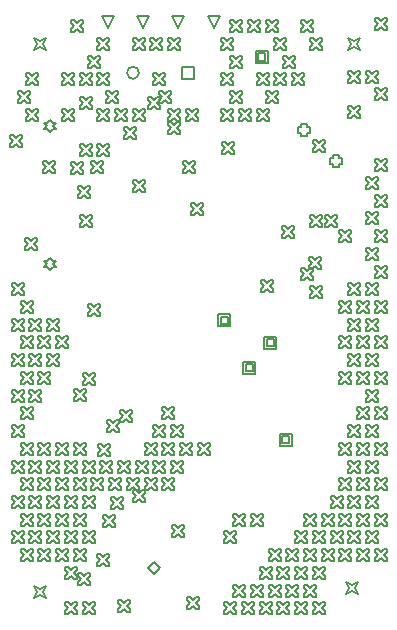
<source format=gbr>
%TF.GenerationSoftware,Altium Limited,Altium Designer,19.0.10 (269)*%
G04 Layer_Color=2752767*
%FSLAX26Y26*%
%MOIN*%
%TF.FileFunction,Drawing*%
%TF.Part,Single*%
G01*
G75*
%TA.AperFunction,NonConductor*%
%ADD105C,0.005000*%
%ADD106C,0.006667*%
D105*
X588722Y1832882D02*
Y1872882D01*
X628722D01*
Y1832882D01*
X588722D01*
X693367Y2002961D02*
X673367Y2042961D01*
X713367D01*
X693367Y2002961D01*
X575257D02*
X555257Y2042961D01*
X595257D01*
X575257Y2002961D01*
X457147D02*
X437147Y2042961D01*
X477147D01*
X457147Y2002961D01*
X339037D02*
X319037Y2042961D01*
X359037D01*
X339037Y2002961D01*
X145581Y1654213D02*
X155581Y1664213D01*
X165581D01*
X155581Y1674213D01*
X165581Y1684213D01*
X155581D01*
X145581Y1694213D01*
X135581Y1684213D01*
X125581D01*
X135581Y1674213D01*
X125581Y1664213D01*
X135581D01*
X145581Y1654213D01*
Y1195551D02*
X155581Y1205551D01*
X165581D01*
X155581Y1215551D01*
X165581Y1225551D01*
X155581D01*
X145581Y1235551D01*
X135581Y1225551D01*
X125581D01*
X135581Y1215551D01*
X125581Y1205551D01*
X135581D01*
X145581Y1195551D01*
X1141417Y1928819D02*
X1151417Y1948819D01*
X1141417Y1968819D01*
X1161417Y1958819D01*
X1181417Y1968819D01*
X1171417Y1948819D01*
X1181417Y1928819D01*
X1161417Y1938819D01*
X1141417Y1928819D01*
X94173D02*
X104173Y1948819D01*
X94173Y1968819D01*
X114173Y1958819D01*
X134173Y1968819D01*
X124173Y1948819D01*
X134173Y1928819D01*
X114173Y1938819D01*
X94173Y1928819D01*
X1133543Y116134D02*
X1143543Y136134D01*
X1133543Y156134D01*
X1153543Y146134D01*
X1173543Y156134D01*
X1163543Y136134D01*
X1173543Y116134D01*
X1153543Y126134D01*
X1133543Y116134D01*
X94173Y103478D02*
X104173Y123478D01*
X94173Y143478D01*
X114173Y133478D01*
X134173Y143478D01*
X124173Y123478D01*
X134173Y103478D01*
X114173Y113478D01*
X94173Y103478D01*
X983254Y1653269D02*
Y1643269D01*
X1003254D01*
Y1653269D01*
X1013254D01*
Y1673269D01*
X1003254D01*
Y1683269D01*
X983254D01*
Y1673269D01*
X973254D01*
Y1653269D01*
X983254D01*
X1089320Y1547203D02*
Y1537203D01*
X1109320D01*
Y1547203D01*
X1119320D01*
Y1567203D01*
X1109320D01*
Y1577203D01*
X1089320D01*
Y1567203D01*
X1079320D01*
Y1547203D01*
X1089320D01*
X381839Y688661D02*
X391839D01*
X401839Y698661D01*
X411839Y688661D01*
X421839D01*
Y698661D01*
X411839Y708661D01*
X421839Y718661D01*
Y728661D01*
X411839D01*
X401839Y718661D01*
X391839Y728661D01*
X381839D01*
Y718661D01*
X391839Y708661D01*
X381839Y698661D01*
Y688661D01*
X373701Y54803D02*
X383701D01*
X393701Y64803D01*
X403701Y54803D01*
X413701D01*
Y64803D01*
X403701Y74803D01*
X413701Y84803D01*
Y94803D01*
X403701D01*
X393701Y84803D01*
X383701Y94803D01*
X373701D01*
Y84803D01*
X383701Y74803D01*
X373701Y64803D01*
Y54803D01*
X1230000Y1996811D02*
X1240000D01*
X1250000Y2006811D01*
X1260000Y1996811D01*
X1270000D01*
Y2006811D01*
X1260000Y2016811D01*
X1270000Y2026811D01*
Y2036811D01*
X1260000D01*
X1250000Y2026811D01*
X1240000Y2036811D01*
X1230000D01*
Y2026811D01*
X1240000Y2016811D01*
X1230000Y2006811D01*
Y1996811D01*
X1200472Y1819645D02*
X1210472D01*
X1220472Y1829645D01*
X1230472Y1819645D01*
X1240472D01*
Y1829645D01*
X1230472Y1839645D01*
X1240472Y1849645D01*
Y1859645D01*
X1230472D01*
X1220472Y1849645D01*
X1210472Y1859645D01*
X1200472D01*
Y1849645D01*
X1210472Y1839645D01*
X1200472Y1829645D01*
Y1819645D01*
X1230000Y1760590D02*
X1240000D01*
X1250000Y1770590D01*
X1260000Y1760590D01*
X1270000D01*
Y1770590D01*
X1260000Y1780590D01*
X1270000Y1790590D01*
Y1800590D01*
X1260000D01*
X1250000Y1790590D01*
X1240000Y1800590D01*
X1230000D01*
Y1790590D01*
X1240000Y1780590D01*
X1230000Y1770590D01*
Y1760590D01*
Y1524370D02*
X1240000D01*
X1250000Y1534370D01*
X1260000Y1524370D01*
X1270000D01*
Y1534370D01*
X1260000Y1544370D01*
X1270000Y1554370D01*
Y1564370D01*
X1260000D01*
X1250000Y1554370D01*
X1240000Y1564370D01*
X1230000D01*
Y1554370D01*
X1240000Y1544370D01*
X1230000Y1534370D01*
Y1524370D01*
X1200472Y1465315D02*
X1210472D01*
X1220472Y1475315D01*
X1230472Y1465315D01*
X1240472D01*
Y1475315D01*
X1230472Y1485315D01*
X1240472Y1495315D01*
Y1505315D01*
X1230472D01*
X1220472Y1495315D01*
X1210472Y1505315D01*
X1200472D01*
Y1495315D01*
X1210472Y1485315D01*
X1200472Y1475315D01*
Y1465315D01*
X1230000Y1406259D02*
X1240000D01*
X1250000Y1416259D01*
X1260000Y1406259D01*
X1270000D01*
Y1416259D01*
X1260000Y1426259D01*
X1270000Y1436259D01*
Y1446259D01*
X1260000D01*
X1250000Y1436259D01*
X1240000Y1446259D01*
X1230000D01*
Y1436259D01*
X1240000Y1426259D01*
X1230000Y1416259D01*
Y1406259D01*
X1200472Y1347204D02*
X1210472D01*
X1220472Y1357204D01*
X1230472Y1347204D01*
X1240472D01*
Y1357204D01*
X1230472Y1367204D01*
X1240472Y1377204D01*
Y1387204D01*
X1230472D01*
X1220472Y1377204D01*
X1210472Y1387204D01*
X1200472D01*
Y1377204D01*
X1210472Y1367204D01*
X1200472Y1357204D01*
Y1347204D01*
X1230000Y1288149D02*
X1240000D01*
X1250000Y1298149D01*
X1260000Y1288149D01*
X1270000D01*
Y1298149D01*
X1260000Y1308149D01*
X1270000Y1318149D01*
Y1328149D01*
X1260000D01*
X1250000Y1318149D01*
X1240000Y1328149D01*
X1230000D01*
Y1318149D01*
X1240000Y1308149D01*
X1230000Y1298149D01*
Y1288149D01*
X1200472Y1229094D02*
X1210472D01*
X1220472Y1239094D01*
X1230472Y1229094D01*
X1240472D01*
Y1239094D01*
X1230472Y1249094D01*
X1240472Y1259094D01*
Y1269094D01*
X1230472D01*
X1220472Y1259094D01*
X1210472Y1269094D01*
X1200472D01*
Y1259094D01*
X1210472Y1249094D01*
X1200472Y1239094D01*
Y1229094D01*
X1230000Y1170039D02*
X1240000D01*
X1250000Y1180039D01*
X1260000Y1170039D01*
X1270000D01*
Y1180039D01*
X1260000Y1190039D01*
X1270000Y1200039D01*
Y1210039D01*
X1260000D01*
X1250000Y1200039D01*
X1240000Y1210039D01*
X1230000D01*
Y1200039D01*
X1240000Y1190039D01*
X1230000Y1180039D01*
Y1170039D01*
X1200472Y1110984D02*
X1210472D01*
X1220472Y1120984D01*
X1230472Y1110984D01*
X1240472D01*
Y1120984D01*
X1230472Y1130984D01*
X1240472Y1140984D01*
Y1150984D01*
X1230472D01*
X1220472Y1140984D01*
X1210472Y1150984D01*
X1200472D01*
Y1140984D01*
X1210472Y1130984D01*
X1200472Y1120984D01*
Y1110984D01*
X1230000Y1051929D02*
X1240000D01*
X1250000Y1061929D01*
X1260000Y1051929D01*
X1270000D01*
Y1061929D01*
X1260000Y1071929D01*
X1270000Y1081929D01*
Y1091929D01*
X1260000D01*
X1250000Y1081929D01*
X1240000Y1091929D01*
X1230000D01*
Y1081929D01*
X1240000Y1071929D01*
X1230000Y1061929D01*
Y1051929D01*
X1200472Y992874D02*
X1210472D01*
X1220472Y1002874D01*
X1230472Y992874D01*
X1240472D01*
Y1002874D01*
X1230472Y1012874D01*
X1240472Y1022874D01*
Y1032874D01*
X1230472D01*
X1220472Y1022874D01*
X1210472Y1032874D01*
X1200472D01*
Y1022874D01*
X1210472Y1012874D01*
X1200472Y1002874D01*
Y992874D01*
X1230000Y933819D02*
X1240000D01*
X1250000Y943819D01*
X1260000Y933819D01*
X1270000D01*
Y943819D01*
X1260000Y953819D01*
X1270000Y963819D01*
Y973819D01*
X1260000D01*
X1250000Y963819D01*
X1240000Y973819D01*
X1230000D01*
Y963819D01*
X1240000Y953819D01*
X1230000Y943819D01*
Y933819D01*
X1200472Y874764D02*
X1210472D01*
X1220472Y884764D01*
X1230472Y874764D01*
X1240472D01*
Y884764D01*
X1230472Y894764D01*
X1240472Y904764D01*
Y914764D01*
X1230472D01*
X1220472Y904764D01*
X1210472Y914764D01*
X1200472D01*
Y904764D01*
X1210472Y894764D01*
X1200472Y884764D01*
Y874764D01*
X1230000Y815708D02*
X1240000D01*
X1250000Y825708D01*
X1260000Y815708D01*
X1270000D01*
Y825708D01*
X1260000Y835708D01*
X1270000Y845708D01*
Y855708D01*
X1260000D01*
X1250000Y845708D01*
X1240000Y855708D01*
X1230000D01*
Y845708D01*
X1240000Y835708D01*
X1230000Y825708D01*
Y815708D01*
X1200472Y756653D02*
X1210472D01*
X1220472Y766653D01*
X1230472Y756653D01*
X1240472D01*
Y766653D01*
X1230472Y776653D01*
X1240472Y786653D01*
Y796653D01*
X1230472D01*
X1220472Y786653D01*
X1210472Y796653D01*
X1200472D01*
Y786653D01*
X1210472Y776653D01*
X1200472Y766653D01*
Y756653D01*
X1230000Y697598D02*
X1240000D01*
X1250000Y707598D01*
X1260000Y697598D01*
X1270000D01*
Y707598D01*
X1260000Y717598D01*
X1270000Y727598D01*
Y737598D01*
X1260000D01*
X1250000Y727598D01*
X1240000Y737598D01*
X1230000D01*
Y727598D01*
X1240000Y717598D01*
X1230000Y707598D01*
Y697598D01*
X1200472Y638543D02*
X1210472D01*
X1220472Y648543D01*
X1230472Y638543D01*
X1240472D01*
Y648543D01*
X1230472Y658543D01*
X1240472Y668543D01*
Y678543D01*
X1230472D01*
X1220472Y668543D01*
X1210472Y678543D01*
X1200472D01*
Y668543D01*
X1210472Y658543D01*
X1200472Y648543D01*
Y638543D01*
X1230000Y579488D02*
X1240000D01*
X1250000Y589488D01*
X1260000Y579488D01*
X1270000D01*
Y589488D01*
X1260000Y599488D01*
X1270000Y609488D01*
Y619488D01*
X1260000D01*
X1250000Y609488D01*
X1240000Y619488D01*
X1230000D01*
Y609488D01*
X1240000Y599488D01*
X1230000Y589488D01*
Y579488D01*
X1200472Y520433D02*
X1210472D01*
X1220472Y530433D01*
X1230472Y520433D01*
X1240472D01*
Y530433D01*
X1230472Y540433D01*
X1240472Y550433D01*
Y560433D01*
X1230472D01*
X1220472Y550433D01*
X1210472Y560433D01*
X1200472D01*
Y550433D01*
X1210472Y540433D01*
X1200472Y530433D01*
Y520433D01*
X1230000Y461378D02*
X1240000D01*
X1250000Y471378D01*
X1260000Y461378D01*
X1270000D01*
Y471378D01*
X1260000Y481378D01*
X1270000Y491378D01*
Y501378D01*
X1260000D01*
X1250000Y491378D01*
X1240000Y501378D01*
X1230000D01*
Y491378D01*
X1240000Y481378D01*
X1230000Y471378D01*
Y461378D01*
X1200472Y402323D02*
X1210472D01*
X1220472Y412323D01*
X1230472Y402323D01*
X1240472D01*
Y412323D01*
X1230472Y422323D01*
X1240472Y432323D01*
Y442323D01*
X1230472D01*
X1220472Y432323D01*
X1210472Y442323D01*
X1200472D01*
Y432323D01*
X1210472Y422323D01*
X1200472Y412323D01*
Y402323D01*
X1230000Y343268D02*
X1240000D01*
X1250000Y353268D01*
X1260000Y343268D01*
X1270000D01*
Y353268D01*
X1260000Y363268D01*
X1270000Y373268D01*
Y383268D01*
X1260000D01*
X1250000Y373268D01*
X1240000Y383268D01*
X1230000D01*
Y373268D01*
X1240000Y363268D01*
X1230000Y353268D01*
Y343268D01*
X1200472Y284213D02*
X1210472D01*
X1220472Y294213D01*
X1230472Y284213D01*
X1240472D01*
Y294213D01*
X1230472Y304213D01*
X1240472Y314213D01*
Y324213D01*
X1230472D01*
X1220472Y314213D01*
X1210472Y324213D01*
X1200472D01*
Y314213D01*
X1210472Y304213D01*
X1200472Y294213D01*
Y284213D01*
X1230000Y225157D02*
X1240000D01*
X1250000Y235157D01*
X1260000Y225157D01*
X1270000D01*
Y235157D01*
X1260000Y245157D01*
X1270000Y255157D01*
Y265158D01*
X1260000D01*
X1250000Y255157D01*
X1240000Y265158D01*
X1230000D01*
Y255157D01*
X1240000Y245157D01*
X1230000Y235157D01*
Y225157D01*
X1141417Y1819645D02*
X1151417D01*
X1161417Y1829645D01*
X1171417Y1819645D01*
X1181417D01*
Y1829645D01*
X1171417Y1839645D01*
X1181417Y1849645D01*
Y1859645D01*
X1171417D01*
X1161417Y1849645D01*
X1151417Y1859645D01*
X1141417D01*
Y1849645D01*
X1151417Y1839645D01*
X1141417Y1829645D01*
Y1819645D01*
Y1701535D02*
X1151417D01*
X1161417Y1711535D01*
X1171417Y1701535D01*
X1181417D01*
Y1711535D01*
X1171417Y1721535D01*
X1181417Y1731535D01*
Y1741535D01*
X1171417D01*
X1161417Y1731535D01*
X1151417Y1741535D01*
X1141417D01*
Y1731535D01*
X1151417Y1721535D01*
X1141417Y1711535D01*
Y1701535D01*
Y1110984D02*
X1151417D01*
X1161417Y1120984D01*
X1171417Y1110984D01*
X1181417D01*
Y1120984D01*
X1171417Y1130984D01*
X1181417Y1140984D01*
Y1150984D01*
X1171417D01*
X1161417Y1140984D01*
X1151417Y1150984D01*
X1141417D01*
Y1140984D01*
X1151417Y1130984D01*
X1141417Y1120984D01*
Y1110984D01*
X1170945Y1051929D02*
X1180945D01*
X1190945Y1061929D01*
X1200945Y1051929D01*
X1210945D01*
Y1061929D01*
X1200945Y1071929D01*
X1210945Y1081929D01*
Y1091929D01*
X1200945D01*
X1190945Y1081929D01*
X1180945Y1091929D01*
X1170945D01*
Y1081929D01*
X1180945Y1071929D01*
X1170945Y1061929D01*
Y1051929D01*
X1141417Y992874D02*
X1151417D01*
X1161417Y1002874D01*
X1171417Y992874D01*
X1181417D01*
Y1002874D01*
X1171417Y1012874D01*
X1181417Y1022874D01*
Y1032874D01*
X1171417D01*
X1161417Y1022874D01*
X1151417Y1032874D01*
X1141417D01*
Y1022874D01*
X1151417Y1012874D01*
X1141417Y1002874D01*
Y992874D01*
X1170945Y933819D02*
X1180945D01*
X1190945Y943819D01*
X1200945Y933819D01*
X1210945D01*
Y943819D01*
X1200945Y953819D01*
X1210945Y963819D01*
Y973819D01*
X1200945D01*
X1190945Y963819D01*
X1180945Y973819D01*
X1170945D01*
Y963819D01*
X1180945Y953819D01*
X1170945Y943819D01*
Y933819D01*
X1141417Y874764D02*
X1151417D01*
X1161417Y884764D01*
X1171417Y874764D01*
X1181417D01*
Y884764D01*
X1171417Y894764D01*
X1181417Y904764D01*
Y914764D01*
X1171417D01*
X1161417Y904764D01*
X1151417Y914764D01*
X1141417D01*
Y904764D01*
X1151417Y894764D01*
X1141417Y884764D01*
Y874764D01*
X1170945Y815708D02*
X1180945D01*
X1190945Y825708D01*
X1200945Y815708D01*
X1210945D01*
Y825708D01*
X1200945Y835708D01*
X1210945Y845708D01*
Y855708D01*
X1200945D01*
X1190945Y845708D01*
X1180945Y855708D01*
X1170945D01*
Y845708D01*
X1180945Y835708D01*
X1170945Y825708D01*
Y815708D01*
Y697598D02*
X1180945D01*
X1190945Y707598D01*
X1200945Y697598D01*
X1210945D01*
Y707598D01*
X1200945Y717598D01*
X1210945Y727598D01*
Y737598D01*
X1200945D01*
X1190945Y727598D01*
X1180945Y737598D01*
X1170945D01*
Y727598D01*
X1180945Y717598D01*
X1170945Y707598D01*
Y697598D01*
X1141417Y638543D02*
X1151417D01*
X1161417Y648543D01*
X1171417Y638543D01*
X1181417D01*
Y648543D01*
X1171417Y658543D01*
X1181417Y668543D01*
Y678543D01*
X1171417D01*
X1161417Y668543D01*
X1151417Y678543D01*
X1141417D01*
Y668543D01*
X1151417Y658543D01*
X1141417Y648543D01*
Y638543D01*
X1170945Y579488D02*
X1180945D01*
X1190945Y589488D01*
X1200945Y579488D01*
X1210945D01*
Y589488D01*
X1200945Y599488D01*
X1210945Y609488D01*
Y619488D01*
X1200945D01*
X1190945Y609488D01*
X1180945Y619488D01*
X1170945D01*
Y609488D01*
X1180945Y599488D01*
X1170945Y589488D01*
Y579488D01*
X1141417Y520433D02*
X1151417D01*
X1161417Y530433D01*
X1171417Y520433D01*
X1181417D01*
Y530433D01*
X1171417Y540433D01*
X1181417Y550433D01*
Y560433D01*
X1171417D01*
X1161417Y550433D01*
X1151417Y560433D01*
X1141417D01*
Y550433D01*
X1151417Y540433D01*
X1141417Y530433D01*
Y520433D01*
X1170945Y461378D02*
X1180945D01*
X1190945Y471378D01*
X1200945Y461378D01*
X1210945D01*
Y471378D01*
X1200945Y481378D01*
X1210945Y491378D01*
Y501378D01*
X1200945D01*
X1190945Y491378D01*
X1180945Y501378D01*
X1170945D01*
Y491378D01*
X1180945Y481378D01*
X1170945Y471378D01*
Y461378D01*
X1141417Y402323D02*
X1151417D01*
X1161417Y412323D01*
X1171417Y402323D01*
X1181417D01*
Y412323D01*
X1171417Y422323D01*
X1181417Y432323D01*
Y442323D01*
X1171417D01*
X1161417Y432323D01*
X1151417Y442323D01*
X1141417D01*
Y432323D01*
X1151417Y422323D01*
X1141417Y412323D01*
Y402323D01*
X1170945Y343268D02*
X1180945D01*
X1190945Y353268D01*
X1200945Y343268D01*
X1210945D01*
Y353268D01*
X1200945Y363268D01*
X1210945Y373268D01*
Y383268D01*
X1200945D01*
X1190945Y373268D01*
X1180945Y383268D01*
X1170945D01*
Y373268D01*
X1180945Y363268D01*
X1170945Y353268D01*
Y343268D01*
X1141417Y284213D02*
X1151417D01*
X1161417Y294213D01*
X1171417Y284213D01*
X1181417D01*
Y294213D01*
X1171417Y304213D01*
X1181417Y314213D01*
Y324213D01*
X1171417D01*
X1161417Y314213D01*
X1151417Y324213D01*
X1141417D01*
Y314213D01*
X1151417Y304213D01*
X1141417Y294213D01*
Y284213D01*
X1170945Y225157D02*
X1180945D01*
X1190945Y235157D01*
X1200945Y225157D01*
X1210945D01*
Y235157D01*
X1200945Y245157D01*
X1210945Y255157D01*
Y265158D01*
X1200945D01*
X1190945Y255157D01*
X1180945Y265158D01*
X1170945D01*
Y255157D01*
X1180945Y245157D01*
X1170945Y235157D01*
Y225157D01*
X1111889Y1288149D02*
X1121889D01*
X1131889Y1298149D01*
X1141889Y1288149D01*
X1151889D01*
Y1298149D01*
X1141889Y1308149D01*
X1151889Y1318149D01*
Y1328149D01*
X1141889D01*
X1131889Y1318149D01*
X1121889Y1328149D01*
X1111889D01*
Y1318149D01*
X1121889Y1308149D01*
X1111889Y1298149D01*
Y1288149D01*
Y1051929D02*
X1121889D01*
X1131889Y1061929D01*
X1141889Y1051929D01*
X1151889D01*
Y1061929D01*
X1141889Y1071929D01*
X1151889Y1081929D01*
Y1091929D01*
X1141889D01*
X1131889Y1081929D01*
X1121889Y1091929D01*
X1111889D01*
Y1081929D01*
X1121889Y1071929D01*
X1111889Y1061929D01*
Y1051929D01*
Y933819D02*
X1121889D01*
X1131889Y943819D01*
X1141889Y933819D01*
X1151889D01*
Y943819D01*
X1141889Y953819D01*
X1151889Y963819D01*
Y973819D01*
X1141889D01*
X1131889Y963819D01*
X1121889Y973819D01*
X1111889D01*
Y963819D01*
X1121889Y953819D01*
X1111889Y943819D01*
Y933819D01*
Y815708D02*
X1121889D01*
X1131889Y825708D01*
X1141889Y815708D01*
X1151889D01*
Y825708D01*
X1141889Y835708D01*
X1151889Y845708D01*
Y855708D01*
X1141889D01*
X1131889Y845708D01*
X1121889Y855708D01*
X1111889D01*
Y845708D01*
X1121889Y835708D01*
X1111889Y825708D01*
Y815708D01*
Y579488D02*
X1121889D01*
X1131889Y589488D01*
X1141889Y579488D01*
X1151889D01*
Y589488D01*
X1141889Y599488D01*
X1151889Y609488D01*
Y619488D01*
X1141889D01*
X1131889Y609488D01*
X1121889Y619488D01*
X1111889D01*
Y609488D01*
X1121889Y599488D01*
X1111889Y589488D01*
Y579488D01*
Y461378D02*
X1121889D01*
X1131889Y471378D01*
X1141889Y461378D01*
X1151889D01*
Y471378D01*
X1141889Y481378D01*
X1151889Y491378D01*
Y501378D01*
X1141889D01*
X1131889Y491378D01*
X1121889Y501378D01*
X1111889D01*
Y491378D01*
X1121889Y481378D01*
X1111889Y471378D01*
Y461378D01*
X1082362Y402323D02*
X1092362D01*
X1102362Y412323D01*
X1112362Y402323D01*
X1122362D01*
Y412323D01*
X1112362Y422323D01*
X1122362Y432323D01*
Y442323D01*
X1112362D01*
X1102362Y432323D01*
X1092362Y442323D01*
X1082362D01*
Y432323D01*
X1092362Y422323D01*
X1082362Y412323D01*
Y402323D01*
X1111889Y343268D02*
X1121889D01*
X1131889Y353268D01*
X1141889Y343268D01*
X1151889D01*
Y353268D01*
X1141889Y363268D01*
X1151889Y373268D01*
Y383268D01*
X1141889D01*
X1131889Y373268D01*
X1121889Y383268D01*
X1111889D01*
Y373268D01*
X1121889Y363268D01*
X1111889Y353268D01*
Y343268D01*
X1082362Y284213D02*
X1092362D01*
X1102362Y294213D01*
X1112362Y284213D01*
X1122362D01*
Y294213D01*
X1112362Y304213D01*
X1122362Y314213D01*
Y324213D01*
X1112362D01*
X1102362Y314213D01*
X1092362Y324213D01*
X1082362D01*
Y314213D01*
X1092362Y304213D01*
X1082362Y294213D01*
Y284213D01*
X1111889Y225157D02*
X1121889D01*
X1131889Y235157D01*
X1141889Y225157D01*
X1151889D01*
Y235157D01*
X1141889Y245157D01*
X1151889Y255157D01*
Y265158D01*
X1141889D01*
X1131889Y255157D01*
X1121889Y265158D01*
X1111889D01*
Y255157D01*
X1121889Y245157D01*
X1111889Y235157D01*
Y225157D01*
X1052834Y343268D02*
X1062834D01*
X1072834Y353268D01*
X1082834Y343268D01*
X1092834D01*
Y353268D01*
X1082834Y363268D01*
X1092834Y373268D01*
Y383268D01*
X1082834D01*
X1072834Y373268D01*
X1062834Y383268D01*
X1052834D01*
Y373268D01*
X1062834Y363268D01*
X1052834Y353268D01*
Y343268D01*
X1023307Y284213D02*
X1033307D01*
X1043307Y294213D01*
X1053307Y284213D01*
X1063307D01*
Y294213D01*
X1053307Y304213D01*
X1063307Y314213D01*
Y324213D01*
X1053307D01*
X1043307Y314213D01*
X1033307Y324213D01*
X1023307D01*
Y314213D01*
X1033307Y304213D01*
X1023307Y294213D01*
Y284213D01*
X1052834Y225157D02*
X1062834D01*
X1072834Y235157D01*
X1082834Y225157D01*
X1092834D01*
Y235157D01*
X1082834Y245157D01*
X1092834Y255157D01*
Y265158D01*
X1082834D01*
X1072834Y255157D01*
X1062834Y265158D01*
X1052834D01*
Y255157D01*
X1062834Y245157D01*
X1052834Y235157D01*
Y225157D01*
X1023307Y166102D02*
X1033307D01*
X1043307Y176102D01*
X1053307Y166102D01*
X1063307D01*
Y176102D01*
X1053307Y186102D01*
X1063307Y196102D01*
Y206102D01*
X1053307D01*
X1043307Y196102D01*
X1033307Y206102D01*
X1023307D01*
Y196102D01*
X1033307Y186102D01*
X1023307Y176102D01*
Y166102D01*
Y47992D02*
X1033307D01*
X1043307Y57992D01*
X1053307Y47992D01*
X1063307D01*
Y57992D01*
X1053307Y67992D01*
X1063307Y77992D01*
Y87992D01*
X1053307D01*
X1043307Y77992D01*
X1033307Y87992D01*
X1023307D01*
Y77992D01*
X1033307Y67992D01*
X1023307Y57992D01*
Y47992D01*
X993779Y343268D02*
X1003779D01*
X1013779Y353268D01*
X1023779Y343268D01*
X1033779D01*
Y353268D01*
X1023779Y363268D01*
X1033779Y373268D01*
Y383268D01*
X1023779D01*
X1013779Y373268D01*
X1003779Y383268D01*
X993779D01*
Y373268D01*
X1003779Y363268D01*
X993779Y353268D01*
Y343268D01*
X964252Y284213D02*
X974252D01*
X984252Y294213D01*
X994252Y284213D01*
X1004252D01*
Y294213D01*
X994252Y304213D01*
X1004252Y314213D01*
Y324213D01*
X994252D01*
X984252Y314213D01*
X974252Y324213D01*
X964252D01*
Y314213D01*
X974252Y304213D01*
X964252Y294213D01*
Y284213D01*
X993779Y225157D02*
X1003779D01*
X1013779Y235157D01*
X1023779Y225157D01*
X1033779D01*
Y235157D01*
X1023779Y245157D01*
X1033779Y255157D01*
Y265158D01*
X1023779D01*
X1013779Y255157D01*
X1003779Y265158D01*
X993779D01*
Y255157D01*
X1003779Y245157D01*
X993779Y235157D01*
Y225157D01*
X964252Y166102D02*
X974252D01*
X984252Y176102D01*
X994252Y166102D01*
X1004252D01*
Y176102D01*
X994252Y186102D01*
X1004252Y196102D01*
Y206102D01*
X994252D01*
X984252Y196102D01*
X974252Y206102D01*
X964252D01*
Y196102D01*
X974252Y186102D01*
X964252Y176102D01*
Y166102D01*
X993779Y107047D02*
X1003779D01*
X1013779Y117047D01*
X1023779Y107047D01*
X1033779D01*
Y117047D01*
X1023779Y127047D01*
X1033779Y137047D01*
Y147047D01*
X1023779D01*
X1013779Y137047D01*
X1003779Y147047D01*
X993779D01*
Y137047D01*
X1003779Y127047D01*
X993779Y117047D01*
Y107047D01*
X964252Y47992D02*
X974252D01*
X984252Y57992D01*
X994252Y47992D01*
X1004252D01*
Y57992D01*
X994252Y67992D01*
X1004252Y77992D01*
Y87992D01*
X994252D01*
X984252Y77992D01*
X974252Y87992D01*
X964252D01*
Y77992D01*
X974252Y67992D01*
X964252Y57992D01*
Y47992D01*
X934724Y225157D02*
X944724D01*
X954724Y235157D01*
X964724Y225157D01*
X974724D01*
Y235157D01*
X964724Y245157D01*
X974724Y255157D01*
Y265158D01*
X964724D01*
X954724Y255157D01*
X944724Y265158D01*
X934724D01*
Y255157D01*
X944724Y245157D01*
X934724Y235157D01*
Y225157D01*
X905197Y166102D02*
X915197D01*
X925197Y176102D01*
X935197Y166102D01*
X945197D01*
Y176102D01*
X935197Y186102D01*
X945197Y196102D01*
Y206102D01*
X935197D01*
X925197Y196102D01*
X915197Y206102D01*
X905197D01*
Y196102D01*
X915197Y186102D01*
X905197Y176102D01*
Y166102D01*
X934724Y107047D02*
X944724D01*
X954724Y117047D01*
X964724Y107047D01*
X974724D01*
Y117047D01*
X964724Y127047D01*
X974724Y137047D01*
Y147047D01*
X964724D01*
X954724Y137047D01*
X944724Y147047D01*
X934724D01*
Y137047D01*
X944724Y127047D01*
X934724Y117047D01*
Y107047D01*
X905197Y47992D02*
X915197D01*
X925197Y57992D01*
X935197Y47992D01*
X945197D01*
Y57992D01*
X935197Y67992D01*
X945197Y77992D01*
Y87992D01*
X935197D01*
X925197Y77992D01*
X915197Y87992D01*
X905197D01*
Y77992D01*
X915197Y67992D01*
X905197Y57992D01*
Y47992D01*
X875669Y225157D02*
X885669D01*
X895669Y235157D01*
X905669Y225157D01*
X915669D01*
Y235157D01*
X905669Y245157D01*
X915669Y255157D01*
Y265158D01*
X905669D01*
X895669Y255157D01*
X885669Y265158D01*
X875669D01*
Y255157D01*
X885669Y245157D01*
X875669Y235157D01*
Y225157D01*
X846141Y166102D02*
X856141D01*
X866141Y176102D01*
X876141Y166102D01*
X886141D01*
Y176102D01*
X876141Y186102D01*
X886141Y196102D01*
Y206102D01*
X876141D01*
X866141Y196102D01*
X856141Y206102D01*
X846141D01*
Y196102D01*
X856141Y186102D01*
X846141Y176102D01*
Y166102D01*
X875669Y107047D02*
X885669D01*
X895669Y117047D01*
X905669Y107047D01*
X915669D01*
Y117047D01*
X905669Y127047D01*
X915669Y137047D01*
Y147047D01*
X905669D01*
X895669Y137047D01*
X885669Y147047D01*
X875669D01*
Y137047D01*
X885669Y127047D01*
X875669Y117047D01*
Y107047D01*
X846141Y47992D02*
X856141D01*
X866141Y57992D01*
X876141Y47992D01*
X886141D01*
Y57992D01*
X876141Y67992D01*
X886141Y77992D01*
Y87992D01*
X876141D01*
X866141Y77992D01*
X856141Y87992D01*
X846141D01*
Y77992D01*
X856141Y67992D01*
X846141Y57992D01*
Y47992D01*
X816614Y343268D02*
X826614D01*
X836614Y353268D01*
X846614Y343268D01*
X856614D01*
Y353268D01*
X846614Y363268D01*
X856614Y373268D01*
Y383268D01*
X846614D01*
X836614Y373268D01*
X826614Y383268D01*
X816614D01*
Y373268D01*
X826614Y363268D01*
X816614Y353268D01*
Y343268D01*
Y107047D02*
X826614D01*
X836614Y117047D01*
X846614Y107047D01*
X856614D01*
Y117047D01*
X846614Y127047D01*
X856614Y137047D01*
Y147047D01*
X846614D01*
X836614Y137047D01*
X826614Y147047D01*
X816614D01*
Y137047D01*
X826614Y127047D01*
X816614Y117047D01*
Y107047D01*
X787086Y47992D02*
X797086D01*
X807086Y57992D01*
X817086Y47992D01*
X827086D01*
Y57992D01*
X817086Y67992D01*
X827086Y77992D01*
Y87992D01*
X817086D01*
X807086Y77992D01*
X797086Y87992D01*
X787086D01*
Y77992D01*
X797086Y67992D01*
X787086Y57992D01*
Y47992D01*
X757559Y343268D02*
X767559D01*
X777559Y353268D01*
X787559Y343268D01*
X797559D01*
Y353268D01*
X787559Y363268D01*
X797559Y373268D01*
Y383268D01*
X787559D01*
X777559Y373268D01*
X767559Y383268D01*
X757559D01*
Y373268D01*
X767559Y363268D01*
X757559Y353268D01*
Y343268D01*
X728031Y284213D02*
X738031D01*
X748031Y294213D01*
X758031Y284213D01*
X768031D01*
Y294213D01*
X758031Y304213D01*
X768031Y314213D01*
Y324213D01*
X758031D01*
X748031Y314213D01*
X738031Y324213D01*
X728031D01*
Y314213D01*
X738031Y304213D01*
X728031Y294213D01*
Y284213D01*
X757559Y107047D02*
X767559D01*
X777559Y117047D01*
X787559Y107047D01*
X797559D01*
Y117047D01*
X787559Y127047D01*
X797559Y137047D01*
Y147047D01*
X787559D01*
X777559Y137047D01*
X767559Y147047D01*
X757559D01*
Y137047D01*
X767559Y127047D01*
X757559Y117047D01*
Y107047D01*
X728031Y47992D02*
X738031D01*
X748031Y57992D01*
X758031Y47992D01*
X768031D01*
Y57992D01*
X758031Y67992D01*
X768031Y77992D01*
Y87992D01*
X758031D01*
X748031Y77992D01*
X738031Y87992D01*
X728031D01*
Y77992D01*
X738031Y67992D01*
X728031Y57992D01*
Y47992D01*
X639449Y579488D02*
X649449D01*
X659449Y589488D01*
X669449Y579488D01*
X679449D01*
Y589488D01*
X669449Y599488D01*
X679449Y609488D01*
Y619488D01*
X669449D01*
X659449Y609488D01*
X649449Y619488D01*
X639449D01*
Y609488D01*
X649449Y599488D01*
X639449Y589488D01*
Y579488D01*
X550866Y638543D02*
X560866D01*
X570866Y648543D01*
X580866Y638543D01*
X590866D01*
Y648543D01*
X580866Y658543D01*
X590866Y668543D01*
Y678543D01*
X580866D01*
X570866Y668543D01*
X560866Y678543D01*
X550866D01*
Y668543D01*
X560866Y658543D01*
X550866Y648543D01*
Y638543D01*
X580394Y579488D02*
X590394D01*
X600394Y589488D01*
X610394Y579488D01*
X620394D01*
Y589488D01*
X610394Y599488D01*
X620394Y609488D01*
Y619488D01*
X610394D01*
X600394Y609488D01*
X590394Y619488D01*
X580394D01*
Y609488D01*
X590394Y599488D01*
X580394Y589488D01*
Y579488D01*
X550866Y520433D02*
X560866D01*
X570866Y530433D01*
X580866Y520433D01*
X590866D01*
Y530433D01*
X580866Y540433D01*
X590866Y550433D01*
Y560433D01*
X580866D01*
X570866Y550433D01*
X560866Y560433D01*
X550866D01*
Y550433D01*
X560866Y540433D01*
X550866Y530433D01*
Y520433D01*
X521338Y697598D02*
X531338D01*
X541338Y707598D01*
X551338Y697598D01*
X561338D01*
Y707598D01*
X551338Y717598D01*
X561338Y727598D01*
Y737598D01*
X551338D01*
X541338Y727598D01*
X531338Y737598D01*
X521338D01*
Y727598D01*
X531338Y717598D01*
X521338Y707598D01*
Y697598D01*
X491811Y638543D02*
X501811D01*
X511811Y648543D01*
X521811Y638543D01*
X531811D01*
Y648543D01*
X521811Y658543D01*
X531811Y668543D01*
Y678543D01*
X521811D01*
X511811Y668543D01*
X501811Y678543D01*
X491811D01*
Y668543D01*
X501811Y658543D01*
X491811Y648543D01*
Y638543D01*
X521338Y579488D02*
X531338D01*
X541338Y589488D01*
X551338Y579488D01*
X561338D01*
Y589488D01*
X551338Y599488D01*
X561338Y609488D01*
Y619488D01*
X551338D01*
X541338Y609488D01*
X531338Y619488D01*
X521338D01*
Y609488D01*
X531338Y599488D01*
X521338Y589488D01*
Y579488D01*
X491811Y520433D02*
X501811D01*
X511811Y530433D01*
X521811Y520433D01*
X531811D01*
Y530433D01*
X521811Y540433D01*
X531811Y550433D01*
Y560433D01*
X521811D01*
X511811Y550433D01*
X501811Y560433D01*
X491811D01*
Y550433D01*
X501811Y540433D01*
X491811Y530433D01*
Y520433D01*
X521338Y461378D02*
X531338D01*
X541338Y471378D01*
X551338Y461378D01*
X561338D01*
Y471378D01*
X551338Y481378D01*
X561338Y491378D01*
Y501378D01*
X551338D01*
X541338Y491378D01*
X531338Y501378D01*
X521338D01*
Y491378D01*
X531338Y481378D01*
X521338Y471378D01*
Y461378D01*
X462283Y579488D02*
X472283D01*
X482283Y589488D01*
X492283Y579488D01*
X502283D01*
Y589488D01*
X492283Y599488D01*
X502283Y609488D01*
Y619488D01*
X492283D01*
X482283Y609488D01*
X472283Y619488D01*
X462283D01*
Y609488D01*
X472283Y599488D01*
X462283Y589488D01*
Y579488D01*
X432756Y520433D02*
X442756D01*
X452756Y530433D01*
X462756Y520433D01*
X472756D01*
Y530433D01*
X462756Y540433D01*
X472756Y550433D01*
Y560433D01*
X462756D01*
X452756Y550433D01*
X442756Y560433D01*
X432756D01*
Y550433D01*
X442756Y540433D01*
X432756Y530433D01*
Y520433D01*
X462283Y461378D02*
X472283D01*
X482283Y471378D01*
X492283Y461378D01*
X502283D01*
Y471378D01*
X492283Y481378D01*
X502283Y491378D01*
Y501378D01*
X492283D01*
X482283Y491378D01*
X472283Y501378D01*
X462283D01*
Y491378D01*
X472283Y481378D01*
X462283Y471378D01*
Y461378D01*
X373701Y520433D02*
X383701D01*
X393701Y530433D01*
X403701Y520433D01*
X413701D01*
Y530433D01*
X403701Y540433D01*
X413701Y550433D01*
Y560433D01*
X403701D01*
X393701Y550433D01*
X383701Y560433D01*
X373701D01*
Y550433D01*
X383701Y540433D01*
X373701Y530433D01*
Y520433D01*
X403228Y461378D02*
X413228D01*
X423228Y471378D01*
X433228Y461378D01*
X443228D01*
Y471378D01*
X433228Y481378D01*
X443228Y491378D01*
Y501378D01*
X433228D01*
X423228Y491378D01*
X413228Y501378D01*
X403228D01*
Y491378D01*
X413228Y481378D01*
X403228Y471378D01*
Y461378D01*
X314646Y520433D02*
X324646D01*
X334646Y530433D01*
X344646Y520433D01*
X354646D01*
Y530433D01*
X344646Y540433D01*
X354646Y550433D01*
Y560433D01*
X344646D01*
X334646Y550433D01*
X324646Y560433D01*
X314646D01*
Y550433D01*
X324646Y540433D01*
X314646Y530433D01*
Y520433D01*
X344173Y461378D02*
X354173D01*
X364173Y471378D01*
X374173Y461378D01*
X384173D01*
Y471378D01*
X374173Y481378D01*
X384173Y491378D01*
Y501378D01*
X374173D01*
X364173Y491378D01*
X354173Y501378D01*
X344173D01*
Y491378D01*
X354173Y481378D01*
X344173Y471378D01*
Y461378D01*
X255590Y520433D02*
X265591D01*
X275591Y530433D01*
X285591Y520433D01*
X295591D01*
Y530433D01*
X285591Y540433D01*
X295591Y550433D01*
Y560433D01*
X285591D01*
X275591Y550433D01*
X265591Y560433D01*
X255590D01*
Y550433D01*
X265591Y540433D01*
X255590Y530433D01*
Y520433D01*
X285118Y461378D02*
X295118D01*
X305118Y471378D01*
X315118Y461378D01*
X325118D01*
Y471378D01*
X315118Y481378D01*
X325118Y491378D01*
Y501378D01*
X315118D01*
X305118Y491378D01*
X295118Y501378D01*
X285118D01*
Y491378D01*
X295118Y481378D01*
X285118Y471378D01*
Y461378D01*
X255590Y402323D02*
X265591D01*
X275591Y412323D01*
X285591Y402323D01*
X295591D01*
Y412323D01*
X285591Y422323D01*
X295591Y432323D01*
Y442323D01*
X285591D01*
X275591Y432323D01*
X265591Y442323D01*
X255590D01*
Y432323D01*
X265591Y422323D01*
X255590Y412323D01*
Y402323D01*
Y284213D02*
X265591D01*
X275591Y294213D01*
X285591Y284213D01*
X295591D01*
Y294213D01*
X285591Y304213D01*
X295591Y314213D01*
Y324213D01*
X285591D01*
X275591Y314213D01*
X265591Y324213D01*
X255590D01*
Y314213D01*
X265591Y304213D01*
X255590Y294213D01*
Y284213D01*
Y47992D02*
X265591D01*
X275591Y57992D01*
X285591Y47992D01*
X295591D01*
Y57992D01*
X285591Y67992D01*
X295591Y77992D01*
Y87992D01*
X285591D01*
X275591Y77992D01*
X265591Y87992D01*
X255590D01*
Y77992D01*
X265591Y67992D01*
X255590Y57992D01*
Y47992D01*
X226063Y579488D02*
X236063D01*
X246063Y589488D01*
X256063Y579488D01*
X266063D01*
Y589488D01*
X256063Y599488D01*
X266063Y609488D01*
Y619488D01*
X256063D01*
X246063Y609488D01*
X236063Y619488D01*
X226063D01*
Y609488D01*
X236063Y599488D01*
X226063Y589488D01*
Y579488D01*
X196535Y520433D02*
X206535D01*
X216535Y530433D01*
X226535Y520433D01*
X236535D01*
Y530433D01*
X226535Y540433D01*
X236535Y550433D01*
Y560433D01*
X226535D01*
X216535Y550433D01*
X206535Y560433D01*
X196535D01*
Y550433D01*
X206535Y540433D01*
X196535Y530433D01*
Y520433D01*
X226063Y461378D02*
X236063D01*
X246063Y471378D01*
X256063Y461378D01*
X266063D01*
Y471378D01*
X256063Y481378D01*
X266063Y491378D01*
Y501378D01*
X256063D01*
X246063Y491378D01*
X236063Y501378D01*
X226063D01*
Y491378D01*
X236063Y481378D01*
X226063Y471378D01*
Y461378D01*
X196535Y402323D02*
X206535D01*
X216535Y412323D01*
X226535Y402323D01*
X236535D01*
Y412323D01*
X226535Y422323D01*
X236535Y432323D01*
Y442323D01*
X226535D01*
X216535Y432323D01*
X206535Y442323D01*
X196535D01*
Y432323D01*
X206535Y422323D01*
X196535Y412323D01*
Y402323D01*
X226063Y343268D02*
X236063D01*
X246063Y353268D01*
X256063Y343268D01*
X266063D01*
Y353268D01*
X256063Y363268D01*
X266063Y373268D01*
Y383268D01*
X256063D01*
X246063Y373268D01*
X236063Y383268D01*
X226063D01*
Y373268D01*
X236063Y363268D01*
X226063Y353268D01*
Y343268D01*
X196535Y284213D02*
X206535D01*
X216535Y294213D01*
X226535Y284213D01*
X236535D01*
Y294213D01*
X226535Y304213D01*
X236535Y314213D01*
Y324213D01*
X226535D01*
X216535Y314213D01*
X206535Y324213D01*
X196535D01*
Y314213D01*
X206535Y304213D01*
X196535Y294213D01*
Y284213D01*
X226063Y225157D02*
X236063D01*
X246063Y235157D01*
X256063Y225157D01*
X266063D01*
Y235157D01*
X256063Y245157D01*
X266063Y255157D01*
Y265158D01*
X256063D01*
X246063Y255157D01*
X236063Y265158D01*
X226063D01*
Y255157D01*
X236063Y245157D01*
X226063Y235157D01*
Y225157D01*
X196535Y166102D02*
X206535D01*
X216535Y176102D01*
X226535Y166102D01*
X236535D01*
Y176102D01*
X226535Y186102D01*
X236535Y196102D01*
Y206102D01*
X226535D01*
X216535Y196102D01*
X206535Y206102D01*
X196535D01*
Y196102D01*
X206535Y186102D01*
X196535Y176102D01*
Y166102D01*
Y47992D02*
X206535D01*
X216535Y57992D01*
X226535Y47992D01*
X236535D01*
Y57992D01*
X226535Y67992D01*
X236535Y77992D01*
Y87992D01*
X226535D01*
X216535Y77992D01*
X206535Y87992D01*
X196535D01*
Y77992D01*
X206535Y67992D01*
X196535Y57992D01*
Y47992D01*
X137480Y992874D02*
X147480D01*
X157480Y1002874D01*
X167480Y992874D01*
X177480D01*
Y1002874D01*
X167480Y1012874D01*
X177480Y1022874D01*
Y1032874D01*
X167480D01*
X157480Y1022874D01*
X147480Y1032874D01*
X137480D01*
Y1022874D01*
X147480Y1012874D01*
X137480Y1002874D01*
Y992874D01*
X167008Y933819D02*
X177008D01*
X187008Y943819D01*
X197008Y933819D01*
X207008D01*
Y943819D01*
X197008Y953819D01*
X207008Y963819D01*
Y973819D01*
X197008D01*
X187008Y963819D01*
X177008Y973819D01*
X167008D01*
Y963819D01*
X177008Y953819D01*
X167008Y943819D01*
Y933819D01*
X137480Y874764D02*
X147480D01*
X157480Y884764D01*
X167480Y874764D01*
X177480D01*
Y884764D01*
X167480Y894764D01*
X177480Y904764D01*
Y914764D01*
X167480D01*
X157480Y904764D01*
X147480Y914764D01*
X137480D01*
Y904764D01*
X147480Y894764D01*
X137480Y884764D01*
Y874764D01*
X167008Y579488D02*
X177008D01*
X187008Y589488D01*
X197008Y579488D01*
X207008D01*
Y589488D01*
X197008Y599488D01*
X207008Y609488D01*
Y619488D01*
X197008D01*
X187008Y609488D01*
X177008Y619488D01*
X167008D01*
Y609488D01*
X177008Y599488D01*
X167008Y589488D01*
Y579488D01*
X137480Y520433D02*
X147480D01*
X157480Y530433D01*
X167480Y520433D01*
X177480D01*
Y530433D01*
X167480Y540433D01*
X177480Y550433D01*
Y560433D01*
X167480D01*
X157480Y550433D01*
X147480Y560433D01*
X137480D01*
Y550433D01*
X147480Y540433D01*
X137480Y530433D01*
Y520433D01*
X167008Y461378D02*
X177008D01*
X187008Y471378D01*
X197008Y461378D01*
X207008D01*
Y471378D01*
X197008Y481378D01*
X207008Y491378D01*
Y501378D01*
X197008D01*
X187008Y491378D01*
X177008Y501378D01*
X167008D01*
Y491378D01*
X177008Y481378D01*
X167008Y471378D01*
Y461378D01*
X137480Y402323D02*
X147480D01*
X157480Y412323D01*
X167480Y402323D01*
X177480D01*
Y412323D01*
X167480Y422323D01*
X177480Y432323D01*
Y442323D01*
X167480D01*
X157480Y432323D01*
X147480Y442323D01*
X137480D01*
Y432323D01*
X147480Y422323D01*
X137480Y412323D01*
Y402323D01*
X167008Y343268D02*
X177008D01*
X187008Y353268D01*
X197008Y343268D01*
X207008D01*
Y353268D01*
X197008Y363268D01*
X207008Y373268D01*
Y383268D01*
X197008D01*
X187008Y373268D01*
X177008Y383268D01*
X167008D01*
Y373268D01*
X177008Y363268D01*
X167008Y353268D01*
Y343268D01*
X137480Y284213D02*
X147480D01*
X157480Y294213D01*
X167480Y284213D01*
X177480D01*
Y294213D01*
X167480Y304213D01*
X177480Y314213D01*
Y324213D01*
X167480D01*
X157480Y314213D01*
X147480Y324213D01*
X137480D01*
Y314213D01*
X147480Y304213D01*
X137480Y294213D01*
Y284213D01*
X167008Y225157D02*
X177008D01*
X187008Y235157D01*
X197008Y225157D01*
X207008D01*
Y235157D01*
X197008Y245157D01*
X207008Y255157D01*
Y265158D01*
X197008D01*
X187008Y255157D01*
X177008Y265158D01*
X167008D01*
Y255157D01*
X177008Y245157D01*
X167008Y235157D01*
Y225157D01*
X78425Y992874D02*
X88425D01*
X98425Y1002874D01*
X108425Y992874D01*
X118425D01*
Y1002874D01*
X108425Y1012874D01*
X118425Y1022874D01*
Y1032874D01*
X108425D01*
X98425Y1022874D01*
X88425Y1032874D01*
X78425D01*
Y1022874D01*
X88425Y1012874D01*
X78425Y1002874D01*
Y992874D01*
X107953Y933819D02*
X117953D01*
X127953Y943819D01*
X137953Y933819D01*
X147953D01*
Y943819D01*
X137953Y953819D01*
X147953Y963819D01*
Y973819D01*
X137953D01*
X127953Y963819D01*
X117953Y973819D01*
X107953D01*
Y963819D01*
X117953Y953819D01*
X107953Y943819D01*
Y933819D01*
X78425Y874764D02*
X88425D01*
X98425Y884764D01*
X108425Y874764D01*
X118425D01*
Y884764D01*
X108425Y894764D01*
X118425Y904764D01*
Y914764D01*
X108425D01*
X98425Y904764D01*
X88425Y914764D01*
X78425D01*
Y904764D01*
X88425Y894764D01*
X78425Y884764D01*
Y874764D01*
X107953Y815708D02*
X117953D01*
X127953Y825708D01*
X137953Y815708D01*
X147953D01*
Y825708D01*
X137953Y835708D01*
X147953Y845708D01*
Y855708D01*
X137953D01*
X127953Y845708D01*
X117953Y855708D01*
X107953D01*
Y845708D01*
X117953Y835708D01*
X107953Y825708D01*
Y815708D01*
X78425Y756653D02*
X88425D01*
X98425Y766653D01*
X108425Y756653D01*
X118425D01*
Y766653D01*
X108425Y776653D01*
X118425Y786653D01*
Y796653D01*
X108425D01*
X98425Y786653D01*
X88425Y796653D01*
X78425D01*
Y786653D01*
X88425Y776653D01*
X78425Y766653D01*
Y756653D01*
X107953Y579488D02*
X117953D01*
X127953Y589488D01*
X137953Y579488D01*
X147953D01*
Y589488D01*
X137953Y599488D01*
X147953Y609488D01*
Y619488D01*
X137953D01*
X127953Y609488D01*
X117953Y619488D01*
X107953D01*
Y609488D01*
X117953Y599488D01*
X107953Y589488D01*
Y579488D01*
X78425Y520433D02*
X88425D01*
X98425Y530433D01*
X108425Y520433D01*
X118425D01*
Y530433D01*
X108425Y540433D01*
X118425Y550433D01*
Y560433D01*
X108425D01*
X98425Y550433D01*
X88425Y560433D01*
X78425D01*
Y550433D01*
X88425Y540433D01*
X78425Y530433D01*
Y520433D01*
X107953Y461378D02*
X117953D01*
X127953Y471378D01*
X137953Y461378D01*
X147953D01*
Y471378D01*
X137953Y481378D01*
X147953Y491378D01*
Y501378D01*
X137953D01*
X127953Y491378D01*
X117953Y501378D01*
X107953D01*
Y491378D01*
X117953Y481378D01*
X107953Y471378D01*
Y461378D01*
X78425Y402323D02*
X88425D01*
X98425Y412323D01*
X108425Y402323D01*
X118425D01*
Y412323D01*
X108425Y422323D01*
X118425Y432323D01*
Y442323D01*
X108425D01*
X98425Y432323D01*
X88425Y442323D01*
X78425D01*
Y432323D01*
X88425Y422323D01*
X78425Y412323D01*
Y402323D01*
X107953Y343268D02*
X117953D01*
X127953Y353268D01*
X137953Y343268D01*
X147953D01*
Y353268D01*
X137953Y363268D01*
X147953Y373268D01*
Y383268D01*
X137953D01*
X127953Y373268D01*
X117953Y383268D01*
X107953D01*
Y373268D01*
X117953Y363268D01*
X107953Y353268D01*
Y343268D01*
X78425Y284213D02*
X88425D01*
X98425Y294213D01*
X108425Y284213D01*
X118425D01*
Y294213D01*
X108425Y304213D01*
X118425Y314213D01*
Y324213D01*
X108425D01*
X98425Y314213D01*
X88425Y324213D01*
X78425D01*
Y314213D01*
X88425Y304213D01*
X78425Y294213D01*
Y284213D01*
X107953Y225157D02*
X117953D01*
X127953Y235157D01*
X137953Y225157D01*
X147953D01*
Y235157D01*
X137953Y245157D01*
X147953Y255157D01*
Y265158D01*
X137953D01*
X127953Y255157D01*
X117953Y265158D01*
X107953D01*
Y255157D01*
X117953Y245157D01*
X107953Y235157D01*
Y225157D01*
X19370Y1110984D02*
X29370D01*
X39370Y1120984D01*
X49370Y1110984D01*
X59370D01*
Y1120984D01*
X49370Y1130984D01*
X59370Y1140984D01*
Y1150984D01*
X49370D01*
X39370Y1140984D01*
X29370Y1150984D01*
X19370D01*
Y1140984D01*
X29370Y1130984D01*
X19370Y1120984D01*
Y1110984D01*
X48898Y1051929D02*
X58898D01*
X68898Y1061929D01*
X78898Y1051929D01*
X88898D01*
Y1061929D01*
X78898Y1071929D01*
X88898Y1081929D01*
Y1091929D01*
X78898D01*
X68898Y1081929D01*
X58898Y1091929D01*
X48898D01*
Y1081929D01*
X58898Y1071929D01*
X48898Y1061929D01*
Y1051929D01*
X19370Y992874D02*
X29370D01*
X39370Y1002874D01*
X49370Y992874D01*
X59370D01*
Y1002874D01*
X49370Y1012874D01*
X59370Y1022874D01*
Y1032874D01*
X49370D01*
X39370Y1022874D01*
X29370Y1032874D01*
X19370D01*
Y1022874D01*
X29370Y1012874D01*
X19370Y1002874D01*
Y992874D01*
X48898Y933819D02*
X58898D01*
X68898Y943819D01*
X78898Y933819D01*
X88898D01*
Y943819D01*
X78898Y953819D01*
X88898Y963819D01*
Y973819D01*
X78898D01*
X68898Y963819D01*
X58898Y973819D01*
X48898D01*
Y963819D01*
X58898Y953819D01*
X48898Y943819D01*
Y933819D01*
X19370Y874764D02*
X29370D01*
X39370Y884764D01*
X49370Y874764D01*
X59370D01*
Y884764D01*
X49370Y894764D01*
X59370Y904764D01*
Y914764D01*
X49370D01*
X39370Y904764D01*
X29370Y914764D01*
X19370D01*
Y904764D01*
X29370Y894764D01*
X19370Y884764D01*
Y874764D01*
X48898Y815708D02*
X58898D01*
X68898Y825708D01*
X78898Y815708D01*
X88898D01*
Y825708D01*
X78898Y835708D01*
X88898Y845708D01*
Y855708D01*
X78898D01*
X68898Y845708D01*
X58898Y855708D01*
X48898D01*
Y845708D01*
X58898Y835708D01*
X48898Y825708D01*
Y815708D01*
X19370Y756653D02*
X29370D01*
X39370Y766653D01*
X49370Y756653D01*
X59370D01*
Y766653D01*
X49370Y776653D01*
X59370Y786653D01*
Y796653D01*
X49370D01*
X39370Y786653D01*
X29370Y796653D01*
X19370D01*
Y786653D01*
X29370Y776653D01*
X19370Y766653D01*
Y756653D01*
X48898Y697598D02*
X58898D01*
X68898Y707598D01*
X78898Y697598D01*
X88898D01*
Y707598D01*
X78898Y717598D01*
X88898Y727598D01*
Y737598D01*
X78898D01*
X68898Y727598D01*
X58898Y737598D01*
X48898D01*
Y727598D01*
X58898Y717598D01*
X48898Y707598D01*
Y697598D01*
X19370Y638543D02*
X29370D01*
X39370Y648543D01*
X49370Y638543D01*
X59370D01*
Y648543D01*
X49370Y658543D01*
X59370Y668543D01*
Y678543D01*
X49370D01*
X39370Y668543D01*
X29370Y678543D01*
X19370D01*
Y668543D01*
X29370Y658543D01*
X19370Y648543D01*
Y638543D01*
X48898Y579488D02*
X58898D01*
X68898Y589488D01*
X78898Y579488D01*
X88898D01*
Y589488D01*
X78898Y599488D01*
X88898Y609488D01*
Y619488D01*
X78898D01*
X68898Y609488D01*
X58898Y619488D01*
X48898D01*
Y609488D01*
X58898Y599488D01*
X48898Y589488D01*
Y579488D01*
X19370Y520433D02*
X29370D01*
X39370Y530433D01*
X49370Y520433D01*
X59370D01*
Y530433D01*
X49370Y540433D01*
X59370Y550433D01*
Y560433D01*
X49370D01*
X39370Y550433D01*
X29370Y560433D01*
X19370D01*
Y550433D01*
X29370Y540433D01*
X19370Y530433D01*
Y520433D01*
X48898Y461378D02*
X58898D01*
X68898Y471378D01*
X78898Y461378D01*
X88898D01*
Y471378D01*
X78898Y481378D01*
X88898Y491378D01*
Y501378D01*
X78898D01*
X68898Y491378D01*
X58898Y501378D01*
X48898D01*
Y491378D01*
X58898Y481378D01*
X48898Y471378D01*
Y461378D01*
X19370Y402323D02*
X29370D01*
X39370Y412323D01*
X49370Y402323D01*
X59370D01*
Y412323D01*
X49370Y422323D01*
X59370Y432323D01*
Y442323D01*
X49370D01*
X39370Y432323D01*
X29370Y442323D01*
X19370D01*
Y432323D01*
X29370Y422323D01*
X19370Y412323D01*
Y402323D01*
X48898Y343268D02*
X58898D01*
X68898Y353268D01*
X78898Y343268D01*
X88898D01*
Y353268D01*
X78898Y363268D01*
X88898Y373268D01*
Y383268D01*
X78898D01*
X68898Y373268D01*
X58898Y383268D01*
X48898D01*
Y373268D01*
X58898Y363268D01*
X48898Y353268D01*
Y343268D01*
X19370Y284213D02*
X29370D01*
X39370Y294213D01*
X49370Y284213D01*
X59370D01*
Y294213D01*
X49370Y304213D01*
X59370Y314213D01*
Y324213D01*
X49370D01*
X39370Y314213D01*
X29370Y324213D01*
X19370D01*
Y314213D01*
X29370Y304213D01*
X19370Y294213D01*
Y284213D01*
X48898Y225157D02*
X58898D01*
X68898Y235157D01*
X78898Y225157D01*
X88898D01*
Y235157D01*
X78898Y245157D01*
X88898Y255157D01*
Y265158D01*
X78898D01*
X68898Y255157D01*
X58898Y265158D01*
X48898D01*
Y255157D01*
X58898Y245157D01*
X48898Y235157D01*
Y225157D01*
X336724Y656478D02*
X346724D01*
X356724Y666478D01*
X366724Y656478D01*
X376724D01*
Y666478D01*
X366724Y676478D01*
X376724Y686478D01*
Y696478D01*
X366724D01*
X356724Y686478D01*
X346724Y696478D01*
X336724D01*
Y686478D01*
X346724Y676478D01*
X336724Y666478D01*
Y656478D01*
X258527Y811771D02*
X268527D01*
X278527Y821771D01*
X288527Y811771D01*
X298527D01*
Y821771D01*
X288527Y831771D01*
X298527Y841771D01*
Y851771D01*
X288527D01*
X278527Y841771D01*
X268527Y851771D01*
X258527D01*
Y841771D01*
X268527Y831771D01*
X258527Y821771D01*
Y811771D01*
X307758Y574488D02*
X317758D01*
X327758Y584488D01*
X337758Y574488D01*
X347758D01*
Y584488D01*
X337758Y594488D01*
X347758Y604488D01*
Y614488D01*
X337758D01*
X327758Y604488D01*
X317758Y614488D01*
X307758D01*
Y604488D01*
X317758Y594488D01*
X307758Y584488D01*
Y574488D01*
X227897Y758304D02*
X237897D01*
X247897Y768304D01*
X257897Y758304D01*
X267897D01*
Y768304D01*
X257897Y778304D01*
X267897Y788304D01*
Y798304D01*
X257897D01*
X247897Y788304D01*
X237897Y798304D01*
X227897D01*
Y788304D01*
X237897Y778304D01*
X227897Y768304D01*
Y758304D01*
X491810Y1810705D02*
X501810D01*
X511810Y1820705D01*
X521810Y1810705D01*
X531810D01*
Y1820705D01*
X521810Y1830705D01*
X531810Y1840705D01*
Y1850705D01*
X521810D01*
X511810Y1840705D01*
X501810Y1850705D01*
X491810D01*
Y1840705D01*
X501810Y1830705D01*
X491810Y1820705D01*
Y1810705D01*
X472126Y200787D02*
X492126Y220787D01*
X512126Y200787D01*
X492126Y180787D01*
X472126Y200787D01*
X552835Y306772D02*
X562835D01*
X572835Y316772D01*
X582835Y306772D01*
X592835D01*
Y316772D01*
X582835Y326772D01*
X592835Y336772D01*
Y346772D01*
X582835D01*
X572835Y336772D01*
X562835Y346772D01*
X552835D01*
Y336772D01*
X562835Y326772D01*
X552835Y316772D01*
Y306772D01*
X62677Y1263465D02*
X72677D01*
X82677Y1273465D01*
X92677Y1263465D01*
X102677D01*
Y1273465D01*
X92677Y1283465D01*
X102677Y1293465D01*
Y1303465D01*
X92677D01*
X82677Y1293465D01*
X72677Y1303465D01*
X62677D01*
Y1293465D01*
X72677Y1283465D01*
X62677Y1273465D01*
Y1263465D01*
X720158Y1580472D02*
X730158D01*
X740158Y1590472D01*
X750158Y1580472D01*
X760158D01*
Y1590472D01*
X750158Y1600472D01*
X760158Y1610472D01*
Y1620472D01*
X750158D01*
X740158Y1610472D01*
X730158Y1620472D01*
X720158D01*
Y1610472D01*
X730158Y1600472D01*
X720158Y1590472D01*
Y1580472D01*
X836299Y1692598D02*
X846299D01*
X856299Y1702598D01*
X866299Y1692598D01*
X876299D01*
Y1702598D01*
X866299Y1712598D01*
X876299Y1722598D01*
Y1732598D01*
X866299D01*
X856299Y1722598D01*
X846299Y1732598D01*
X836299D01*
Y1722598D01*
X846299Y1712598D01*
X836299Y1702598D01*
Y1692598D01*
X322519Y338267D02*
X332519D01*
X342519Y348267D01*
X352519Y338267D01*
X362519D01*
Y348267D01*
X352519Y358267D01*
X362519Y368267D01*
Y378267D01*
X352519D01*
X342519Y368267D01*
X332519Y378267D01*
X322519D01*
Y368267D01*
X332519Y358267D01*
X322519Y348267D01*
Y338267D01*
X1013464Y1338267D02*
X1023464D01*
X1033464Y1348267D01*
X1043464Y1338267D01*
X1053464D01*
Y1348267D01*
X1043464Y1358267D01*
X1053464Y1368267D01*
Y1378267D01*
X1043464D01*
X1033464Y1368267D01*
X1023464Y1378267D01*
X1013464D01*
Y1368267D01*
X1023464Y1358267D01*
X1013464Y1348267D01*
Y1338267D01*
X541023Y1692598D02*
X551023D01*
X561023Y1702598D01*
X571023Y1692598D01*
X581023D01*
Y1702598D01*
X571023Y1712598D01*
X581023Y1722598D01*
Y1732598D01*
X571023D01*
X561023Y1722598D01*
X551023Y1732598D01*
X541023D01*
Y1722598D01*
X551023Y1712598D01*
X541023Y1702598D01*
Y1692598D01*
X617794Y1377635D02*
X627794D01*
X637794Y1387635D01*
X647794Y1377635D01*
X657794D01*
Y1387635D01*
X647794Y1397635D01*
X657794Y1407635D01*
Y1417635D01*
X647794D01*
X637794Y1407635D01*
X627794Y1417635D01*
X617794D01*
Y1407635D01*
X627794Y1397635D01*
X617794Y1387635D01*
Y1377635D01*
X850079Y1121732D02*
X860079D01*
X870079Y1131732D01*
X880079Y1121732D01*
X890079D01*
Y1131732D01*
X880079Y1141732D01*
X890079Y1151732D01*
Y1161732D01*
X880079D01*
X870079Y1151732D01*
X860079Y1161732D01*
X850079D01*
Y1151732D01*
X860079Y1141732D01*
X850079Y1131732D01*
Y1121732D01*
X1062677Y1338268D02*
X1072677D01*
X1082677Y1348268D01*
X1092677Y1338268D01*
X1102677D01*
Y1348268D01*
X1092677Y1358268D01*
X1102677Y1368268D01*
Y1378268D01*
X1092677D01*
X1082677Y1368268D01*
X1072677Y1378268D01*
X1062677D01*
Y1368268D01*
X1072677Y1358268D01*
X1062677Y1348268D01*
Y1338268D01*
X539055Y1649291D02*
X549055D01*
X559055Y1659291D01*
X569055Y1649291D01*
X579055D01*
Y1659291D01*
X569055Y1669291D01*
X579055Y1679291D01*
Y1689291D01*
X569055D01*
X559055Y1679291D01*
X549055Y1689291D01*
X539055D01*
Y1679291D01*
X549055Y1669291D01*
X539055Y1659291D01*
Y1649291D01*
X983937Y1987873D02*
X993937D01*
X1003937Y1997873D01*
X1013937Y1987873D01*
X1023937D01*
Y1997873D01*
X1013937Y2007873D01*
X1023937Y2017873D01*
Y2027873D01*
X1013937D01*
X1003937Y2017873D01*
X993937Y2027873D01*
X983937D01*
Y2017873D01*
X993937Y2007873D01*
X983937Y1997873D01*
Y1987873D01*
X1013464Y1928818D02*
X1023464D01*
X1033464Y1938818D01*
X1043464Y1928818D01*
X1053464D01*
Y1938818D01*
X1043464Y1948818D01*
X1053464Y1958818D01*
Y1968818D01*
X1043464D01*
X1033464Y1958818D01*
X1023464Y1968818D01*
X1013464D01*
Y1958818D01*
X1023464Y1948818D01*
X1013464Y1938818D01*
Y1928818D01*
X983937Y1161102D02*
X993937D01*
X1003937Y1171102D01*
X1013937Y1161102D01*
X1023937D01*
Y1171102D01*
X1013937Y1181102D01*
X1023937Y1191102D01*
Y1201102D01*
X1013937D01*
X1003937Y1191102D01*
X993937Y1201102D01*
X983937D01*
Y1191102D01*
X993937Y1181102D01*
X983937Y1171102D01*
Y1161102D01*
X1013464Y1102047D02*
X1023464D01*
X1033464Y1112047D01*
X1043464Y1102047D01*
X1053464D01*
Y1112047D01*
X1043464Y1122047D01*
X1053464Y1132047D01*
Y1142047D01*
X1043464D01*
X1033464Y1132047D01*
X1023464Y1142047D01*
X1013464D01*
Y1132047D01*
X1023464Y1122047D01*
X1013464Y1112047D01*
Y1102047D01*
X924882Y1869763D02*
X934882D01*
X944882Y1879763D01*
X954882Y1869763D01*
X964882D01*
Y1879763D01*
X954882Y1889763D01*
X964882Y1899763D01*
Y1909763D01*
X954882D01*
X944882Y1899763D01*
X934882Y1909763D01*
X924882D01*
Y1899763D01*
X934882Y1889763D01*
X924882Y1879763D01*
Y1869763D01*
X954409Y1810708D02*
X964409D01*
X974409Y1820708D01*
X984409Y1810708D01*
X994409D01*
Y1820708D01*
X984409Y1830708D01*
X994409Y1840708D01*
Y1850708D01*
X984409D01*
X974409Y1840708D01*
X964409Y1850708D01*
X954409D01*
Y1840708D01*
X964409Y1830708D01*
X954409Y1820708D01*
Y1810708D01*
X865827Y1987873D02*
X875827D01*
X885827Y1997873D01*
X895827Y1987873D01*
X905827D01*
Y1997873D01*
X895827Y2007873D01*
X905827Y2017873D01*
Y2027873D01*
X895827D01*
X885827Y2017873D01*
X875827Y2027873D01*
X865827D01*
Y2017873D01*
X875827Y2007873D01*
X865827Y1997873D01*
Y1987873D01*
X895354Y1928818D02*
X905354D01*
X915354Y1938818D01*
X925354Y1928818D01*
X935354D01*
Y1938818D01*
X925354Y1948818D01*
X935354Y1958818D01*
Y1968818D01*
X925354D01*
X915354Y1958818D01*
X905354Y1968818D01*
X895354D01*
Y1958818D01*
X905354Y1948818D01*
X895354Y1938818D01*
Y1928818D01*
Y1810708D02*
X905354D01*
X915354Y1820708D01*
X925354Y1810708D01*
X935354D01*
Y1820708D01*
X925354Y1830708D01*
X935354Y1840708D01*
Y1850708D01*
X925354D01*
X915354Y1840708D01*
X905354Y1850708D01*
X895354D01*
Y1840708D01*
X905354Y1830708D01*
X895354Y1820708D01*
Y1810708D01*
X865827Y1751653D02*
X875827D01*
X885827Y1761653D01*
X895827Y1751653D01*
X905827D01*
Y1761653D01*
X895827Y1771653D01*
X905827Y1781653D01*
Y1791653D01*
X895827D01*
X885827Y1781653D01*
X875827Y1791653D01*
X865827D01*
Y1781653D01*
X875827Y1771653D01*
X865827Y1761653D01*
Y1751653D01*
X806771Y1987873D02*
X816771D01*
X826771Y1997873D01*
X836771Y1987873D01*
X846771D01*
Y1997873D01*
X836771Y2007873D01*
X846771Y2017873D01*
Y2027873D01*
X836771D01*
X826771Y2017873D01*
X816771Y2027873D01*
X806771D01*
Y2017873D01*
X816771Y2007873D01*
X806771Y1997873D01*
Y1987873D01*
X836299Y1810708D02*
X846299D01*
X856299Y1820708D01*
X866299Y1810708D01*
X876299D01*
Y1820708D01*
X866299Y1830708D01*
X876299Y1840708D01*
Y1850708D01*
X866299D01*
X856299Y1840708D01*
X846299Y1850708D01*
X836299D01*
Y1840708D01*
X846299Y1830708D01*
X836299Y1820708D01*
Y1810708D01*
X747716Y1987873D02*
X757716D01*
X767716Y1997873D01*
X777716Y1987873D01*
X787716D01*
Y1997873D01*
X777716Y2007873D01*
X787716Y2017873D01*
Y2027873D01*
X777716D01*
X767716Y2017873D01*
X757716Y2027873D01*
X747716D01*
Y2017873D01*
X757716Y2007873D01*
X747716Y1997873D01*
Y1987873D01*
Y1869763D02*
X757716D01*
X767716Y1879763D01*
X777716Y1869763D01*
X787716D01*
Y1879763D01*
X777716Y1889763D01*
X787716Y1899763D01*
Y1909763D01*
X777716D01*
X767716Y1899763D01*
X757716Y1909763D01*
X747716D01*
Y1899763D01*
X757716Y1889763D01*
X747716Y1879763D01*
Y1869763D01*
Y1751653D02*
X757716D01*
X767716Y1761653D01*
X777716Y1751653D01*
X787716D01*
Y1761653D01*
X777716Y1771653D01*
X787716Y1781653D01*
Y1791653D01*
X777716D01*
X767716Y1781653D01*
X757716Y1791653D01*
X747716D01*
Y1781653D01*
X757716Y1771653D01*
X747716Y1761653D01*
Y1751653D01*
X777244Y1692598D02*
X787244D01*
X797244Y1702598D01*
X807244Y1692598D01*
X817244D01*
Y1702598D01*
X807244Y1712598D01*
X817244Y1722598D01*
Y1732598D01*
X807244D01*
X797244Y1722598D01*
X787244Y1732598D01*
X777244D01*
Y1722598D01*
X787244Y1712598D01*
X777244Y1702598D01*
Y1692598D01*
X718189Y1928818D02*
X728189D01*
X738189Y1938818D01*
X748189Y1928818D01*
X758189D01*
Y1938818D01*
X748189Y1948818D01*
X758189Y1958818D01*
Y1968818D01*
X748189D01*
X738189Y1958818D01*
X728189Y1968818D01*
X718189D01*
Y1958818D01*
X728189Y1948818D01*
X718189Y1938818D01*
Y1928818D01*
Y1810708D02*
X728189D01*
X738189Y1820708D01*
X748189Y1810708D01*
X758189D01*
Y1820708D01*
X748189Y1830708D01*
X758189Y1840708D01*
Y1850708D01*
X748189D01*
X738189Y1840708D01*
X728189Y1850708D01*
X718189D01*
Y1840708D01*
X728189Y1830708D01*
X718189Y1820708D01*
Y1810708D01*
Y1692598D02*
X728189D01*
X738189Y1702598D01*
X748189Y1692598D01*
X758189D01*
Y1702598D01*
X748189Y1712598D01*
X758189Y1722598D01*
Y1732598D01*
X748189D01*
X738189Y1722598D01*
X728189Y1732598D01*
X718189D01*
Y1722598D01*
X728189Y1712598D01*
X718189Y1702598D01*
Y1692598D01*
X600078D02*
X610078D01*
X620078Y1702598D01*
X630078Y1692598D01*
X640078D01*
Y1702598D01*
X630078Y1712598D01*
X640078Y1722598D01*
Y1732598D01*
X630078D01*
X620078Y1722598D01*
X610078Y1732598D01*
X600078D01*
Y1722598D01*
X610078Y1712598D01*
X600078Y1702598D01*
Y1692598D01*
X541023Y1928818D02*
X551023D01*
X561023Y1938818D01*
X571023Y1928818D01*
X581023D01*
Y1938818D01*
X571023Y1948818D01*
X581023Y1958818D01*
Y1968818D01*
X571023D01*
X561023Y1958818D01*
X551023Y1968818D01*
X541023D01*
Y1958818D01*
X551023Y1948818D01*
X541023Y1938818D01*
Y1928818D01*
X511496Y1751653D02*
X521496D01*
X531496Y1761653D01*
X541496Y1751653D01*
X551496D01*
Y1761653D01*
X541496Y1771653D01*
X551496Y1781653D01*
Y1791653D01*
X541496D01*
X531496Y1781653D01*
X521496Y1791653D01*
X511496D01*
Y1781653D01*
X521496Y1771653D01*
X511496Y1761653D01*
Y1751653D01*
X481968Y1928818D02*
X491968D01*
X501968Y1938818D01*
X511968Y1928818D01*
X521968D01*
Y1938818D01*
X511968Y1948818D01*
X521968Y1958818D01*
Y1968818D01*
X511968D01*
X501968Y1958818D01*
X491968Y1968818D01*
X481968D01*
Y1958818D01*
X491968Y1948818D01*
X481968Y1938818D01*
Y1928818D01*
X422913D02*
X432913D01*
X442913Y1938818D01*
X452913Y1928818D01*
X462913D01*
Y1938818D01*
X452913Y1948818D01*
X462913Y1958818D01*
Y1968818D01*
X452913D01*
X442913Y1958818D01*
X432913Y1968818D01*
X422913D01*
Y1958818D01*
X432913Y1948818D01*
X422913Y1938818D01*
Y1928818D01*
Y1692598D02*
X432913D01*
X442913Y1702598D01*
X452913Y1692598D01*
X462913D01*
Y1702598D01*
X452913Y1712598D01*
X462913Y1722598D01*
Y1732598D01*
X452913D01*
X442913Y1722598D01*
X432913Y1732598D01*
X422913D01*
Y1722598D01*
X432913Y1712598D01*
X422913Y1702598D01*
Y1692598D01*
X393386Y1633543D02*
X403386D01*
X413386Y1643543D01*
X423386Y1633543D01*
X433386D01*
Y1643543D01*
X423386Y1653543D01*
X433386Y1663543D01*
Y1673543D01*
X423386D01*
X413386Y1663543D01*
X403386Y1673543D01*
X393386D01*
Y1663543D01*
X403386Y1653543D01*
X393386Y1643543D01*
Y1633543D01*
X422913Y1456378D02*
X432913D01*
X442913Y1466378D01*
X452913Y1456378D01*
X462913D01*
Y1466378D01*
X452913Y1476378D01*
X462913Y1486378D01*
Y1496378D01*
X452913D01*
X442913Y1486378D01*
X432913Y1496378D01*
X422913D01*
Y1486378D01*
X432913Y1476378D01*
X422913Y1466378D01*
Y1456378D01*
X334331Y1751653D02*
X344331D01*
X354331Y1761653D01*
X364331Y1751653D01*
X374331D01*
Y1761653D01*
X364331Y1771653D01*
X374331Y1781653D01*
Y1791653D01*
X364331D01*
X354331Y1781653D01*
X344331Y1791653D01*
X334331D01*
Y1781653D01*
X344331Y1771653D01*
X334331Y1761653D01*
Y1751653D01*
X363858Y1692598D02*
X373858D01*
X383858Y1702598D01*
X393858Y1692598D01*
X403858D01*
Y1702598D01*
X393858Y1712598D01*
X403858Y1722598D01*
Y1732598D01*
X393858D01*
X383858Y1722598D01*
X373858Y1732598D01*
X363858D01*
Y1722598D01*
X373858Y1712598D01*
X363858Y1702598D01*
Y1692598D01*
X304803Y1928818D02*
X314803D01*
X324803Y1938818D01*
X334803Y1928818D01*
X344803D01*
Y1938818D01*
X334803Y1948818D01*
X344803Y1958818D01*
Y1968818D01*
X334803D01*
X324803Y1958818D01*
X314803Y1968818D01*
X304803D01*
Y1958818D01*
X314803Y1948818D01*
X304803Y1938818D01*
Y1928818D01*
X275276Y1869763D02*
X285276D01*
X295276Y1879763D01*
X305276Y1869763D01*
X315276D01*
Y1879763D01*
X305276Y1889763D01*
X315276Y1899763D01*
Y1909763D01*
X305276D01*
X295276Y1899763D01*
X285276Y1909763D01*
X275276D01*
Y1899763D01*
X285276Y1889763D01*
X275276Y1879763D01*
Y1869763D01*
X304803Y1810708D02*
X314803D01*
X324803Y1820708D01*
X334803Y1810708D01*
X344803D01*
Y1820708D01*
X334803Y1830708D01*
X344803Y1840708D01*
Y1850708D01*
X334803D01*
X324803Y1840708D01*
X314803Y1850708D01*
X304803D01*
Y1840708D01*
X314803Y1830708D01*
X304803Y1820708D01*
Y1810708D01*
Y1692598D02*
X314803D01*
X324803Y1702598D01*
X334803Y1692598D01*
X344803D01*
Y1702598D01*
X334803Y1712598D01*
X344803Y1722598D01*
Y1732598D01*
X334803D01*
X324803Y1722598D01*
X314803Y1732598D01*
X304803D01*
Y1722598D01*
X314803Y1712598D01*
X304803Y1702598D01*
Y1692598D01*
Y1574488D02*
X314803D01*
X324803Y1584488D01*
X334803Y1574488D01*
X344803D01*
Y1584488D01*
X334803Y1594488D01*
X344803Y1604488D01*
Y1614488D01*
X334803D01*
X324803Y1604488D01*
X314803Y1614488D01*
X304803D01*
Y1604488D01*
X314803Y1594488D01*
X304803Y1584488D01*
Y1574488D01*
X275276Y1042992D02*
X285276D01*
X295276Y1052992D01*
X305276Y1042992D01*
X315276D01*
Y1052992D01*
X305276Y1062992D01*
X315276Y1072992D01*
Y1082992D01*
X305276D01*
X295276Y1072992D01*
X285276Y1082992D01*
X275276D01*
Y1072992D01*
X285276Y1062992D01*
X275276Y1052992D01*
Y1042992D01*
X216220Y1987873D02*
X226220D01*
X236220Y1997873D01*
X246220Y1987873D01*
X256220D01*
Y1997873D01*
X246220Y2007873D01*
X256220Y2017873D01*
Y2027873D01*
X246220D01*
X236220Y2017873D01*
X226220Y2027873D01*
X216220D01*
Y2017873D01*
X226220Y2007873D01*
X216220Y1997873D01*
Y1987873D01*
X245748Y1810708D02*
X255748D01*
X265748Y1820708D01*
X275748Y1810708D01*
X285748D01*
Y1820708D01*
X275748Y1830708D01*
X285748Y1840708D01*
Y1850708D01*
X275748D01*
X265748Y1840708D01*
X255748Y1850708D01*
X245748D01*
Y1840708D01*
X255748Y1830708D01*
X245748Y1820708D01*
Y1810708D01*
Y1574488D02*
X255748D01*
X265748Y1584488D01*
X275748Y1574488D01*
X285748D01*
Y1584488D01*
X275748Y1594488D01*
X285748Y1604488D01*
Y1614488D01*
X275748D01*
X265748Y1604488D01*
X255748Y1614488D01*
X245748D01*
Y1604488D01*
X255748Y1594488D01*
X245748Y1584488D01*
Y1574488D01*
X216220Y1515433D02*
X226220D01*
X236220Y1525433D01*
X246220Y1515433D01*
X256220D01*
Y1525433D01*
X246220Y1535433D01*
X256220Y1545433D01*
Y1555433D01*
X246220D01*
X236220Y1545433D01*
X226220Y1555433D01*
X216220D01*
Y1545433D01*
X226220Y1535433D01*
X216220Y1525433D01*
Y1515433D01*
X245748Y1338267D02*
X255748D01*
X265748Y1348267D01*
X275748Y1338267D01*
X285748D01*
Y1348267D01*
X275748Y1358267D01*
X285748Y1368267D01*
Y1378267D01*
X275748D01*
X265748Y1368267D01*
X255748Y1378267D01*
X245748D01*
Y1368267D01*
X255748Y1358267D01*
X245748Y1348267D01*
Y1338267D01*
X186693Y1810708D02*
X196693D01*
X206693Y1820708D01*
X216693Y1810708D01*
X226693D01*
Y1820708D01*
X216693Y1830708D01*
X226693Y1840708D01*
Y1850708D01*
X216693D01*
X206693Y1840708D01*
X196693Y1850708D01*
X186693D01*
Y1840708D01*
X196693Y1830708D01*
X186693Y1820708D01*
Y1810708D01*
Y1692598D02*
X196693D01*
X206693Y1702598D01*
X216693Y1692598D01*
X226693D01*
Y1702598D01*
X216693Y1712598D01*
X226693Y1722598D01*
Y1732598D01*
X216693D01*
X206693Y1722598D01*
X196693Y1732598D01*
X186693D01*
Y1722598D01*
X196693Y1712598D01*
X186693Y1702598D01*
Y1692598D01*
X68583Y1810708D02*
X78583D01*
X88583Y1820708D01*
X98583Y1810708D01*
X108583D01*
Y1820708D01*
X98583Y1830708D01*
X108583Y1840708D01*
Y1850708D01*
X98583D01*
X88583Y1840708D01*
X78583Y1850708D01*
X68583D01*
Y1840708D01*
X78583Y1830708D01*
X68583Y1820708D01*
Y1810708D01*
X39055Y1751653D02*
X49055D01*
X59055Y1761653D01*
X69055Y1751653D01*
X79055D01*
Y1761653D01*
X69055Y1771653D01*
X79055Y1781653D01*
Y1791653D01*
X69055D01*
X59055Y1781653D01*
X49055Y1791653D01*
X39055D01*
Y1781653D01*
X49055Y1771653D01*
X39055Y1761653D01*
Y1751653D01*
X68583Y1692598D02*
X78583D01*
X88583Y1702598D01*
X98583Y1692598D01*
X108583D01*
Y1702598D01*
X98583Y1712598D01*
X108583Y1722598D01*
Y1732598D01*
X98583D01*
X88583Y1722598D01*
X78583Y1732598D01*
X68583D01*
Y1722598D01*
X78583Y1712598D01*
X68583Y1702598D01*
Y1692598D01*
X238885Y1436032D02*
X248885D01*
X258885Y1446032D01*
X268885Y1436032D01*
X278885D01*
Y1446032D01*
X268885Y1456032D01*
X278885Y1466032D01*
Y1476032D01*
X268885D01*
X258885Y1466032D01*
X248885Y1476032D01*
X238885D01*
Y1466032D01*
X248885Y1456032D01*
X238885Y1446032D01*
Y1436032D01*
X124623Y1518435D02*
X134623D01*
X144623Y1528435D01*
X154623Y1518435D01*
X164623D01*
Y1528435D01*
X154623Y1538435D01*
X164623Y1548435D01*
Y1558435D01*
X154623D01*
X144623Y1548435D01*
X134623Y1558435D01*
X124623D01*
Y1548435D01*
X134623Y1538435D01*
X124623Y1528435D01*
Y1518435D01*
X919988Y1302144D02*
X929988D01*
X939988Y1312144D01*
X949988Y1302144D01*
X959988D01*
Y1312144D01*
X949988Y1322144D01*
X959988Y1332144D01*
Y1342144D01*
X949988D01*
X939988Y1332144D01*
X929988Y1342144D01*
X919988D01*
Y1332144D01*
X929988Y1322144D01*
X919988Y1312144D01*
Y1302144D01*
X1010539Y1199378D02*
X1020539D01*
X1030539Y1209378D01*
X1040539Y1199378D01*
X1050539D01*
Y1209378D01*
X1040539Y1219378D01*
X1050539Y1229378D01*
Y1239378D01*
X1040539D01*
X1030539Y1229378D01*
X1020539Y1239378D01*
X1010539D01*
Y1229378D01*
X1020539Y1219378D01*
X1010539Y1209378D01*
Y1199378D01*
X833068Y1885512D02*
Y1925512D01*
X873068D01*
Y1885512D01*
X833068D01*
X841068Y1893512D02*
Y1917512D01*
X865068D01*
Y1893512D01*
X841068D01*
X474961Y1731968D02*
X484961D01*
X494961Y1741968D01*
X504961Y1731968D01*
X514961D01*
Y1741968D01*
X504961Y1751968D01*
X514961Y1761968D01*
Y1771968D01*
X504961D01*
X494961Y1761968D01*
X484961Y1771968D01*
X474961D01*
Y1761968D01*
X484961Y1751968D01*
X474961Y1741968D01*
Y1731968D01*
X14476Y1606661D02*
X24476D01*
X34476Y1616661D01*
X44476Y1606661D01*
X54476D01*
Y1616661D01*
X44476Y1626661D01*
X54476Y1636661D01*
Y1646661D01*
X44476D01*
X34476Y1636661D01*
X24476Y1646661D01*
X14476D01*
Y1636661D01*
X24476Y1626661D01*
X14476Y1616661D01*
Y1606661D01*
X247744Y1731968D02*
X257743D01*
X267743Y1741968D01*
X277743Y1731968D01*
X287743D01*
Y1741968D01*
X277743Y1751968D01*
X287743Y1761968D01*
Y1771968D01*
X277743D01*
X267743Y1761968D01*
X257743Y1771968D01*
X247744D01*
Y1761968D01*
X257743Y1751968D01*
X247744Y1741968D01*
Y1731968D01*
X1025330Y1590236D02*
X1035330D01*
X1045330Y1600236D01*
X1055330Y1590236D01*
X1065330D01*
Y1600236D01*
X1055330Y1610236D01*
X1065330Y1620236D01*
Y1630236D01*
X1055330D01*
X1045330Y1620236D01*
X1035330Y1630236D01*
X1025330D01*
Y1620236D01*
X1035330Y1610236D01*
X1025330Y1600236D01*
Y1590236D01*
X708346Y1007559D02*
Y1047559D01*
X748346D01*
Y1007559D01*
X708346D01*
X716346Y1015559D02*
Y1039559D01*
X740346D01*
Y1015559D01*
X716346D01*
X791024Y850079D02*
Y890079D01*
X831024D01*
Y850079D01*
X791024D01*
X799024Y858079D02*
Y882079D01*
X823024D01*
Y858079D01*
X799024D01*
X861890Y932756D02*
Y972756D01*
X901890D01*
Y932756D01*
X861890D01*
X869890Y940756D02*
Y964756D01*
X893890D01*
Y940756D01*
X869890D01*
X913071Y609921D02*
Y649921D01*
X953071D01*
Y609921D01*
X913071D01*
X921071Y617921D02*
Y641921D01*
X945071D01*
Y617921D01*
X921071D01*
X239843Y145354D02*
X249843D01*
X259842Y155354D01*
X269842Y145354D01*
X279842D01*
Y155354D01*
X269842Y165354D01*
X279842Y175354D01*
Y185354D01*
X269842D01*
X259842Y175354D01*
X249843Y185354D01*
X239843D01*
Y175354D01*
X249843Y165354D01*
X239843Y155354D01*
Y145354D01*
X302835Y208346D02*
X312835D01*
X322835Y218346D01*
X332835Y208346D01*
X342835D01*
Y218346D01*
X332835Y228346D01*
X342835Y238346D01*
Y248346D01*
X332835D01*
X322835Y238346D01*
X312835Y248346D01*
X302835D01*
Y238346D01*
X312835Y228346D01*
X302835Y218346D01*
Y208346D01*
X424882Y420945D02*
X434882D01*
X444882Y430945D01*
X454882Y420945D01*
X464882D01*
Y430945D01*
X454882Y440945D01*
X464882Y450945D01*
Y460945D01*
X454882D01*
X444882Y450945D01*
X434882Y460945D01*
X424882D01*
Y450945D01*
X434882Y440945D01*
X424882Y430945D01*
Y420945D01*
X351919Y399045D02*
X361919D01*
X371919Y409045D01*
X381919Y399045D01*
X391919D01*
Y409045D01*
X381919Y419045D01*
X391919Y429045D01*
Y439045D01*
X381919D01*
X371919Y429045D01*
X361919Y439045D01*
X351919D01*
Y429045D01*
X361919Y419045D01*
X351919Y409045D01*
Y399045D01*
X603407Y66614D02*
X613407D01*
X623407Y76614D01*
X633407Y66614D01*
X643407D01*
Y76614D01*
X633407Y86614D01*
X643407Y96614D01*
Y106614D01*
X633407D01*
X623407Y96614D01*
X613407Y106614D01*
X603407D01*
Y96614D01*
X613407Y86614D01*
X603407Y76614D01*
Y66614D01*
X285118Y1519370D02*
X295118D01*
X305118Y1529370D01*
X315118Y1519370D01*
X325118D01*
Y1529370D01*
X315118Y1539370D01*
X325118Y1549370D01*
Y1559370D01*
X315118D01*
X305118Y1549370D01*
X295118Y1559370D01*
X285118D01*
Y1549370D01*
X295118Y1539370D01*
X285118Y1529370D01*
Y1519370D01*
X590236D02*
X600236D01*
X610236Y1529370D01*
X620236Y1519370D01*
X630236D01*
Y1529370D01*
X620236Y1539370D01*
X630236Y1549370D01*
Y1559370D01*
X620236D01*
X610236Y1549370D01*
X600236Y1559370D01*
X590236D01*
Y1549370D01*
X600236Y1539370D01*
X590236Y1529370D01*
Y1519370D01*
D106*
X443683Y1852882D02*
G03*
X443683Y1852882I-20000J0D01*
G01*
%TF.MD5,471d2dea9ab730101c7d35c6af7751d2*%
M02*

</source>
